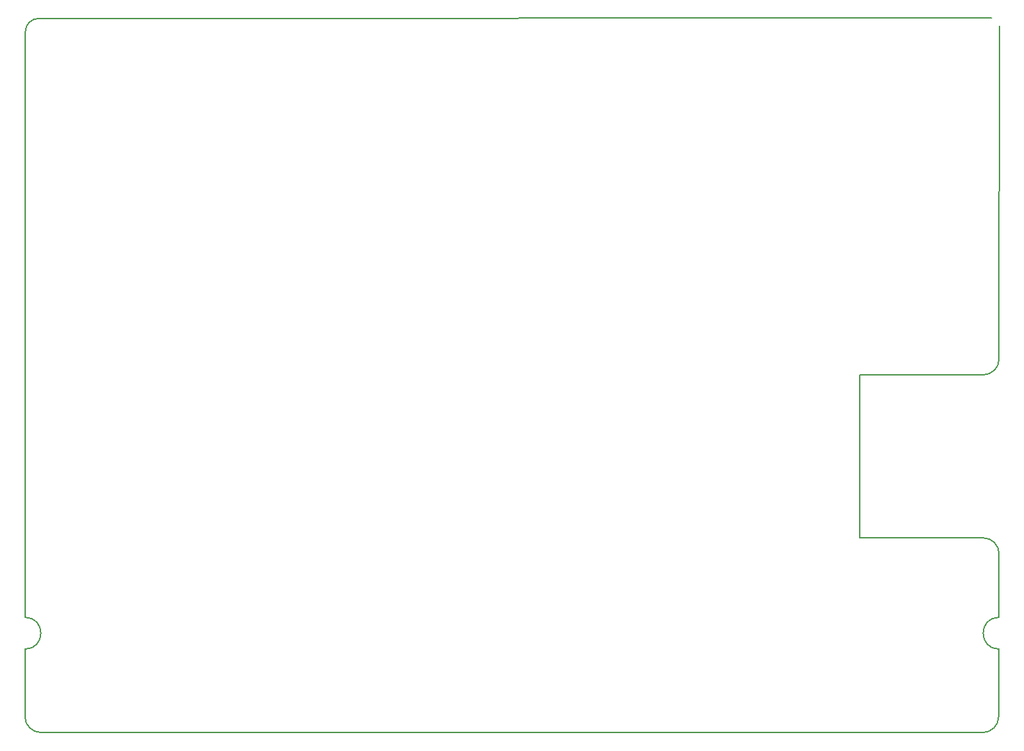
<source format=gbr>
G04 #@! TF.GenerationSoftware,KiCad,Pcbnew,(5.0.0)*
G04 #@! TF.CreationDate,2018-12-18T15:00:03-06:00*
G04 #@! TF.ProjectId,SRASensorBoard_Hardware,53524153656E736F72426F6172645F48,rev?*
G04 #@! TF.SameCoordinates,Original*
G04 #@! TF.FileFunction,Profile,NP*
%FSLAX46Y46*%
G04 Gerber Fmt 4.6, Leading zero omitted, Abs format (unit mm)*
G04 Created by KiCad (PCBNEW (5.0.0)) date 12/18/18 15:00:03*
%MOMM*%
%LPD*%
G01*
G04 APERTURE LIST*
%ADD10C,0.150000*%
G04 APERTURE END LIST*
D10*
X87985600Y-45059600D02*
X209804000Y-45008800D01*
X210820000Y-46024800D02*
X210769200Y-88595200D01*
X86258400Y-121615200D02*
X86309200Y-46736000D01*
X86309200Y-46736000D02*
G75*
G02X87985600Y-45059600I1676400J0D01*
G01*
X86258400Y-134315200D02*
X86258400Y-125679200D01*
X208686400Y-136347200D02*
X88290400Y-136347200D01*
X210769200Y-113487200D02*
X210769200Y-121615200D01*
X208635600Y-111455200D02*
X208737200Y-111455200D01*
X192938400Y-111455200D02*
X208635600Y-111455200D01*
X192938400Y-90627200D02*
X192938400Y-111455200D01*
X208737200Y-90627200D02*
X192938400Y-90627200D01*
X210769200Y-88595200D02*
G75*
G02X208737200Y-90627200I-2032000J0D01*
G01*
X86258400Y-121615200D02*
G75*
G02X86258400Y-125679200I0J-2032000D01*
G01*
X88290400Y-136347200D02*
G75*
G02X86258400Y-134315200I0J2032000D01*
G01*
X208737200Y-111455200D02*
G75*
G02X210769200Y-113487200I0J-2032000D01*
G01*
X210718400Y-134315200D02*
G75*
G02X208686400Y-136347200I-2032000J0D01*
G01*
X210769200Y-125679200D02*
G75*
G02X210769200Y-121615200I0J2032000D01*
G01*
X210718400Y-134315200D02*
X210769200Y-125679200D01*
M02*

</source>
